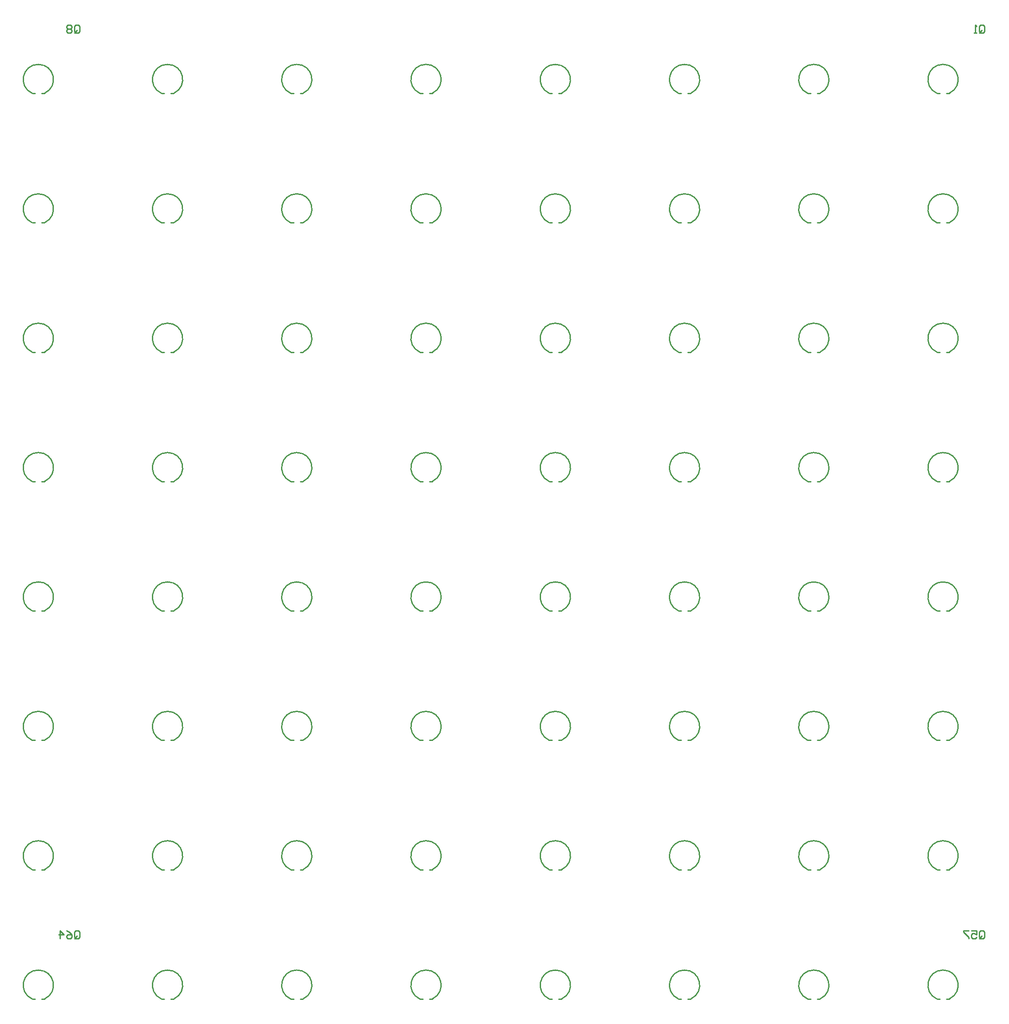
<source format=gbo>
%FSAX23Y23*%
%MOIN*%
G70*
G01*
G75*
G04 Layer_Color=32896*
G04:AMPARAMS|DCode=10|XSize=200mil|YSize=70mil|CornerRadius=18mil|HoleSize=0mil|Usage=FLASHONLY|Rotation=180.000|XOffset=0mil|YOffset=0mil|HoleType=Round|Shape=RoundedRectangle|*
%AMROUNDEDRECTD10*
21,1,0.200,0.035,0,0,180.0*
21,1,0.165,0.070,0,0,180.0*
1,1,0.035,-0.083,0.018*
1,1,0.035,0.083,0.018*
1,1,0.035,0.083,-0.018*
1,1,0.035,-0.083,-0.018*
%
%ADD10ROUNDEDRECTD10*%
%ADD11R,0.200X0.070*%
%ADD12C,0.030*%
%ADD13C,0.050*%
%ADD14C,0.020*%
%ADD15C,0.059*%
%ADD16R,0.059X0.059*%
%ADD17C,0.053*%
%ADD18R,0.053X0.053*%
%ADD19C,0.050*%
%ADD20O,0.080X0.040*%
%ADD21R,0.080X0.040*%
%ADD22C,0.055*%
%ADD23O,0.079X0.039*%
%ADD24O,0.079X0.039*%
%ADD25C,0.060*%
%ADD26R,0.060X0.060*%
%ADD27R,0.059X0.059*%
%ADD28R,0.060X0.060*%
%ADD29C,0.065*%
%ADD30C,0.040*%
%ADD31R,0.010X0.010*%
%ADD32C,0.008*%
%ADD33C,0.010*%
%ADD34C,0.020*%
%ADD35C,0.012*%
%ADD36C,0.008*%
%ADD37C,0.006*%
G04:AMPARAMS|DCode=38|XSize=208mil|YSize=78mil|CornerRadius=20mil|HoleSize=0mil|Usage=FLASHONLY|Rotation=180.000|XOffset=0mil|YOffset=0mil|HoleType=Round|Shape=RoundedRectangle|*
%AMROUNDEDRECTD38*
21,1,0.208,0.039,0,0,180.0*
21,1,0.169,0.078,0,0,180.0*
1,1,0.039,-0.085,0.020*
1,1,0.039,0.085,0.020*
1,1,0.039,0.085,-0.020*
1,1,0.039,-0.085,-0.020*
%
%ADD38ROUNDEDRECTD38*%
%ADD39R,0.208X0.078*%
%ADD40C,0.067*%
%ADD41R,0.067X0.067*%
%ADD42C,0.061*%
%ADD43R,0.061X0.061*%
%ADD44C,0.008*%
%ADD45C,0.058*%
%ADD46O,0.088X0.048*%
%ADD47R,0.088X0.048*%
%ADD48C,0.063*%
%ADD49O,0.087X0.047*%
%ADD50O,0.087X0.047*%
%ADD51C,0.068*%
%ADD52R,0.068X0.068*%
%ADD53R,0.067X0.067*%
%ADD54R,0.068X0.068*%
%ADD55C,0.073*%
%ADD56C,0.048*%
%ADD57C,0.195*%
D33*
X09738Y10511D02*
G03*
X09642Y10510I-00049J00104D01*
G01*
X08754Y10511D02*
G03*
X08658Y10510I-00049J00104D01*
G01*
X07770Y10511D02*
G03*
X07674Y10510I-00049J00104D01*
G01*
X06786Y10511D02*
G03*
X06689Y10510I-00049J00104D01*
G01*
X05801Y10511D02*
G03*
X05705Y10510I-00049J00104D01*
G01*
X04817Y10511D02*
G03*
X04721Y10510I-00049J00104D01*
G01*
X03833Y10511D02*
G03*
X03737Y10510I-00049J00104D01*
G01*
X02849Y10511D02*
G03*
X02752Y10510I-00049J00104D01*
G01*
X09738Y09526D02*
G03*
X09642Y09526I-00049J00104D01*
G01*
X08754Y09526D02*
G03*
X08658Y09526I-00049J00104D01*
G01*
X07770Y09526D02*
G03*
X07674Y09526I-00049J00104D01*
G01*
X06786Y09526D02*
G03*
X06689Y09526I-00049J00104D01*
G01*
X05801Y09526D02*
G03*
X05705Y09526I-00049J00104D01*
G01*
X04817Y09526D02*
G03*
X04721Y09526I-00049J00104D01*
G01*
X03833Y09526D02*
G03*
X03737Y09526I-00049J00104D01*
G01*
X02849Y09526D02*
G03*
X02752Y09526I-00049J00104D01*
G01*
X09738Y08542D02*
G03*
X09642Y08542I-00049J00104D01*
G01*
X08754Y08542D02*
G03*
X08658Y08542I-00049J00104D01*
G01*
X07770Y08542D02*
G03*
X07674Y08542I-00049J00104D01*
G01*
X06786Y08542D02*
G03*
X06689Y08542I-00049J00104D01*
G01*
X05801Y08542D02*
G03*
X05705Y08542I-00049J00104D01*
G01*
X04817Y08542D02*
G03*
X04721Y08542I-00049J00104D01*
G01*
X03833Y08542D02*
G03*
X03737Y08542I-00049J00104D01*
G01*
X02849Y08542D02*
G03*
X02752Y08542I-00049J00104D01*
G01*
X09738Y07558D02*
G03*
X09642Y07557I-00049J00104D01*
G01*
X08754Y07558D02*
G03*
X08658Y07557I-00049J00104D01*
G01*
X07770Y07558D02*
G03*
X07674Y07557I-00049J00104D01*
G01*
X06786Y07558D02*
G03*
X06689Y07557I-00049J00104D01*
G01*
X05801Y07558D02*
G03*
X05705Y07557I-00049J00104D01*
G01*
X04817Y07558D02*
G03*
X04721Y07557I-00049J00104D01*
G01*
X03833Y07558D02*
G03*
X03737Y07557I-00049J00104D01*
G01*
X02849Y07558D02*
G03*
X02752Y07557I-00049J00104D01*
G01*
X09738Y06574D02*
G03*
X09642Y06573I-00049J00104D01*
G01*
X08754Y06574D02*
G03*
X08658Y06573I-00049J00104D01*
G01*
X07770Y06574D02*
G03*
X07674Y06573I-00049J00104D01*
G01*
X06786Y06574D02*
G03*
X06689Y06573I-00049J00104D01*
G01*
X05801Y06574D02*
G03*
X05705Y06573I-00049J00104D01*
G01*
X04817Y06574D02*
G03*
X04721Y06573I-00049J00104D01*
G01*
X03833Y06574D02*
G03*
X03737Y06573I-00049J00104D01*
G01*
X02849Y06574D02*
G03*
X02752Y06573I-00049J00104D01*
G01*
X09738Y05589D02*
G03*
X09642Y05589I-00049J00104D01*
G01*
X08754Y05589D02*
G03*
X08658Y05589I-00049J00104D01*
G01*
X07770Y05589D02*
G03*
X07674Y05589I-00049J00104D01*
G01*
X06786Y05589D02*
G03*
X06689Y05589I-00049J00104D01*
G01*
X05801Y05589D02*
G03*
X05705Y05589I-00049J00104D01*
G01*
X04817Y05589D02*
G03*
X04721Y05589I-00049J00104D01*
G01*
X03833Y05589D02*
G03*
X03737Y05589I-00049J00104D01*
G01*
X02849Y05589D02*
G03*
X02752Y05589I-00049J00104D01*
G01*
X09738Y04605D02*
G03*
X09642Y04605I-00049J00104D01*
G01*
X08754Y04605D02*
G03*
X08658Y04605I-00049J00104D01*
G01*
X07770Y04605D02*
G03*
X07674Y04605I-00049J00104D01*
G01*
X06786Y04605D02*
G03*
X06689Y04605I-00049J00104D01*
G01*
X05801Y04605D02*
G03*
X05705Y04605I-00049J00104D01*
G01*
X04817Y04605D02*
G03*
X04721Y04605I-00049J00104D01*
G01*
X03833Y04605D02*
G03*
X03737Y04605I-00049J00104D01*
G01*
X02849Y04605D02*
G03*
X02752Y04605I-00049J00104D01*
G01*
X09738Y03621D02*
G03*
X09642Y03620I-00049J00104D01*
G01*
X08754Y03621D02*
G03*
X08658Y03620I-00049J00104D01*
G01*
X07770Y03621D02*
G03*
X07674Y03620I-00049J00104D01*
G01*
X06786Y03621D02*
G03*
X06689Y03620I-00049J00104D01*
G01*
X05801Y03621D02*
G03*
X05705Y03620I-00049J00104D01*
G01*
X04817Y03621D02*
G03*
X04721Y03620I-00049J00104D01*
G01*
X03833Y03621D02*
G03*
X03737Y03620I-00049J00104D01*
G01*
X02849Y03621D02*
G03*
X02752Y03620I-00049J00104D01*
G01*
X09643Y10510D02*
X09665D01*
X09715Y10510D02*
X09737D01*
X08730D02*
X08752D01*
X08659Y10510D02*
X08681D01*
X07674D02*
X07696D01*
X07746Y10510D02*
X07768D01*
X06762D02*
X06784D01*
X06690Y10510D02*
X06712D01*
X05706D02*
X05728D01*
X05778Y10510D02*
X05800D01*
X04793D02*
X04815D01*
X04722Y10510D02*
X04744D01*
X03737D02*
X03759D01*
X03809Y10510D02*
X03831D01*
X02825D02*
X02847D01*
X02753Y10510D02*
X02775D01*
X09643Y09526D02*
X09665D01*
X09715Y09525D02*
X09737D01*
X08730D02*
X08752D01*
X08659Y09526D02*
X08681D01*
X07674D02*
X07696D01*
X07746Y09525D02*
X07768D01*
X06762D02*
X06784D01*
X06690Y09526D02*
X06712D01*
X05706D02*
X05728D01*
X05778Y09525D02*
X05800D01*
X04793D02*
X04815D01*
X04722Y09526D02*
X04744D01*
X03737D02*
X03759D01*
X03809Y09525D02*
X03831D01*
X02825D02*
X02847D01*
X02753Y09526D02*
X02775D01*
X09643Y08541D02*
X09665D01*
X09715Y08541D02*
X09737D01*
X08730D02*
X08752D01*
X08659Y08541D02*
X08681D01*
X07674D02*
X07696D01*
X07746Y08541D02*
X07768D01*
X06762D02*
X06784D01*
X06690Y08541D02*
X06712D01*
X05706D02*
X05728D01*
X05778Y08541D02*
X05800D01*
X04793D02*
X04815D01*
X04722Y08541D02*
X04744D01*
X03737D02*
X03759D01*
X03809Y08541D02*
X03831D01*
X02825D02*
X02847D01*
X02753Y08541D02*
X02775D01*
X09643Y07557D02*
X09665D01*
X09715Y07557D02*
X09737D01*
X08730D02*
X08752D01*
X08659Y07557D02*
X08681D01*
X07674D02*
X07696D01*
X07746Y07557D02*
X07768D01*
X06762D02*
X06784D01*
X06690Y07557D02*
X06712D01*
X05706D02*
X05728D01*
X05778Y07557D02*
X05800D01*
X04793D02*
X04815D01*
X04722Y07557D02*
X04744D01*
X03737D02*
X03759D01*
X03809Y07557D02*
X03831D01*
X02825D02*
X02847D01*
X02753Y07557D02*
X02775D01*
X09643Y06573D02*
X09665D01*
X09715Y06573D02*
X09737D01*
X08730D02*
X08752D01*
X08659Y06573D02*
X08681D01*
X07674D02*
X07696D01*
X07746Y06573D02*
X07768D01*
X06762D02*
X06784D01*
X06690Y06573D02*
X06712D01*
X05706D02*
X05728D01*
X05778Y06573D02*
X05800D01*
X04793D02*
X04815D01*
X04722Y06573D02*
X04744D01*
X03737D02*
X03759D01*
X03809Y06573D02*
X03831D01*
X02825D02*
X02847D01*
X02753Y06573D02*
X02775D01*
X09643Y05589D02*
X09665D01*
X09715Y05588D02*
X09737D01*
X08730D02*
X08752D01*
X08659Y05589D02*
X08681D01*
X07674D02*
X07696D01*
X07746Y05588D02*
X07768D01*
X06762D02*
X06784D01*
X06690Y05589D02*
X06712D01*
X05706D02*
X05728D01*
X05778Y05588D02*
X05800D01*
X04793D02*
X04815D01*
X04722Y05589D02*
X04744D01*
X03737D02*
X03759D01*
X03809Y05588D02*
X03831D01*
X02825D02*
X02847D01*
X02753Y05589D02*
X02775D01*
X09643Y04604D02*
X09665D01*
X09715Y04604D02*
X09737D01*
X08730D02*
X08752D01*
X08659Y04604D02*
X08681D01*
X07674D02*
X07696D01*
X07746Y04604D02*
X07768D01*
X06762D02*
X06784D01*
X06690Y04604D02*
X06712D01*
X05706D02*
X05728D01*
X05778Y04604D02*
X05800D01*
X04793D02*
X04815D01*
X04722Y04604D02*
X04744D01*
X03737D02*
X03759D01*
X03809Y04604D02*
X03831D01*
X02825D02*
X02847D01*
X02753Y04604D02*
X02775D01*
X09643Y03620D02*
X09665D01*
X09715Y03620D02*
X09737D01*
X08730D02*
X08752D01*
X08659Y03620D02*
X08681D01*
X07674D02*
X07696D01*
X07746Y03620D02*
X07768D01*
X06762D02*
X06784D01*
X06690Y03620D02*
X06712D01*
X05706D02*
X05728D01*
X05778Y03620D02*
X05800D01*
X04793D02*
X04815D01*
X04722Y03620D02*
X04744D01*
X03737D02*
X03759D01*
X03809Y03620D02*
X03831D01*
X02825D02*
X02847D01*
X02753Y03620D02*
X02775D01*
X03075Y04090D02*
Y04130D01*
X03085Y04140D01*
X03105D01*
X03115Y04130D01*
Y04090D01*
X03105Y04080D01*
X03085D01*
X03095Y04100D02*
X03075Y04080D01*
X03085D02*
X03075Y04090D01*
X03015Y04140D02*
X03035Y04130D01*
X03055Y04110D01*
Y04090D01*
X03045Y04080D01*
X03025D01*
X03015Y04090D01*
Y04100D01*
X03025Y04110D01*
X03055D01*
X02965Y04080D02*
Y04140D01*
X02995Y04110D01*
X02955D01*
X09965Y04090D02*
Y04130D01*
X09975Y04140D01*
X09995D01*
X10005Y04130D01*
Y04090D01*
X09995Y04080D01*
X09975D01*
X09985Y04100D02*
X09965Y04080D01*
X09975D02*
X09965Y04090D01*
X09905Y04140D02*
X09945D01*
Y04110D01*
X09925Y04120D01*
X09915D01*
X09905Y04110D01*
Y04090D01*
X09915Y04080D01*
X09935D01*
X09945Y04090D01*
X09885Y04140D02*
X09845D01*
Y04130D01*
X09885Y04090D01*
Y04080D01*
X03075Y10980D02*
Y11020D01*
X03085Y11030D01*
X03105D01*
X03115Y11020D01*
Y10980D01*
X03105Y10970D01*
X03085D01*
X03095Y10990D02*
X03075Y10970D01*
X03085D02*
X03075Y10980D01*
X03055Y11020D02*
X03045Y11030D01*
X03025D01*
X03015Y11020D01*
Y11010D01*
X03025Y11000D01*
X03015Y10990D01*
Y10980D01*
X03025Y10970D01*
X03045D01*
X03055Y10980D01*
Y10990D01*
X03045Y11000D01*
X03055Y11010D01*
Y11020D01*
X03045Y11000D02*
X03025D01*
X09965Y10980D02*
Y11020D01*
X09975Y11030D01*
X09995D01*
X10005Y11020D01*
Y10980D01*
X09995Y10970D01*
X09975D01*
X09985Y10990D02*
X09965Y10970D01*
X09975D02*
X09965Y10980D01*
X09945Y10970D02*
X09925D01*
X09935D01*
Y11030D01*
X09945Y11020D01*
M02*

</source>
